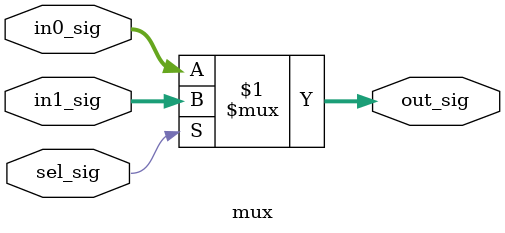
<source format=v>
module mux #(
    parameter WIDTH = 16
) (
    input                   sel_sig,
    input       [WIDTH-1:0] in0_sig,
    input       [WIDTH-1:0] in1_sig,
    output wire [WIDTH-1:0] out_sig
);
    assign out_sig = sel_sig ? in1_sig : in0_sig;
endmodule

</source>
